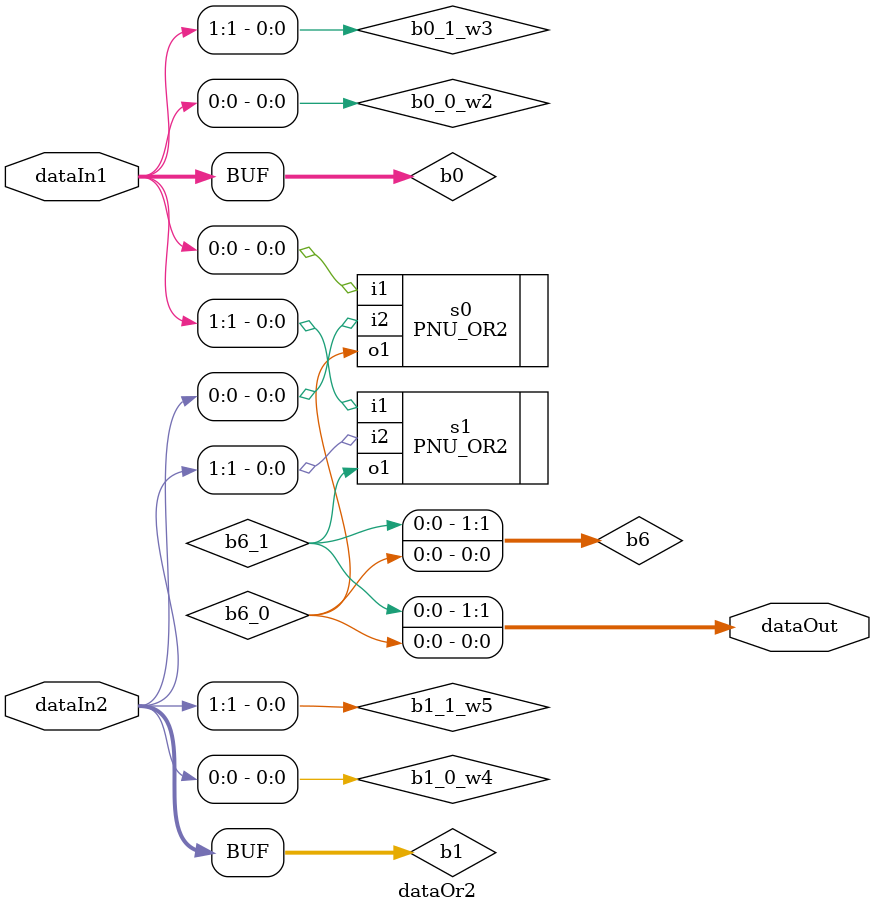
<source format=v>
module dataOr2(dataIn1,dataIn2,dataOut);

input [1:0] dataIn1;
input [1:0] dataIn2;
output [1:0] dataOut;

wire [1:0] b0;
wire [1:0] b1;
wire [1:0] b6;
wire  b0_0_w2;
wire  b0_1_w3;
wire  b1_0_w4;
wire  b1_1_w5;
wire  b6_1;
wire  b6_0;

assign b0 = dataIn1;
assign b1 = dataIn2;
assign dataOut = b6;

assign b6[1] = b6_1;
assign b6[0] = b6_0;

assign b0_0_w2 = {b0[0]};
assign b0_1_w3 = {b0[1]};
assign b1_0_w4 = {b1[0]};
assign b1_1_w5 = {b1[1]};

PNU_OR2
     s0 (
      .i1(b0_0_w2),
      .i2(b1_0_w4),
      .o1(b6_0));

PNU_OR2
     s1 (
      .i1(b0_1_w3),
      .i2(b1_1_w5),
      .o1(b6_1));

endmodule


</source>
